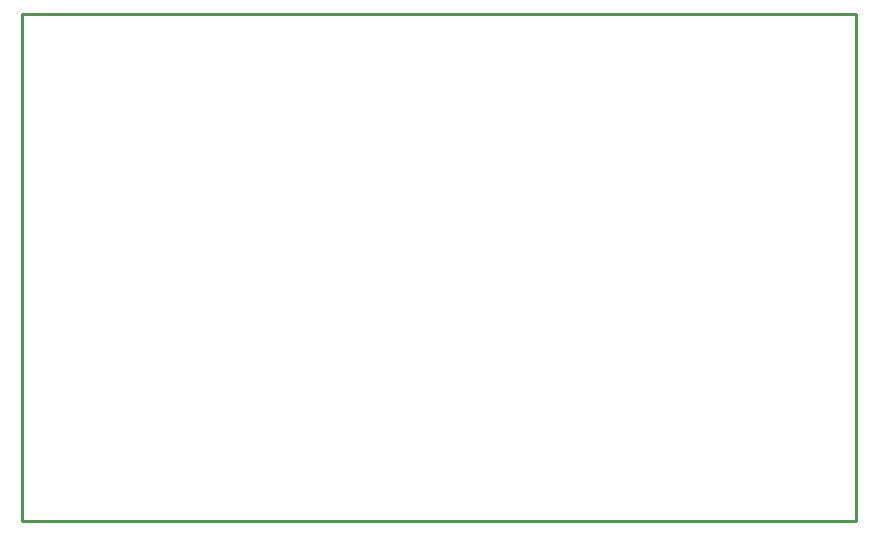
<source format=gbr>
G04 start of page 4 for group 2 idx 2 *
G04 Title: control, outline *
G04 Creator: pcb 20140316 *
G04 CreationDate: Thu 08 Jun 2017 03:46:08 AM GMT UTC *
G04 For: brian *
G04 Format: Gerber/RS-274X *
G04 PCB-Dimensions (mil): 6000.00 5000.00 *
G04 PCB-Coordinate-Origin: lower left *
%MOIN*%
%FSLAX25Y25*%
%LNOUTLINE*%
%ADD53C,0.0100*%
G54D53*X77500Y231000D02*X355500D01*
Y62000D01*
X77500D01*
Y231000D01*
M02*

</source>
